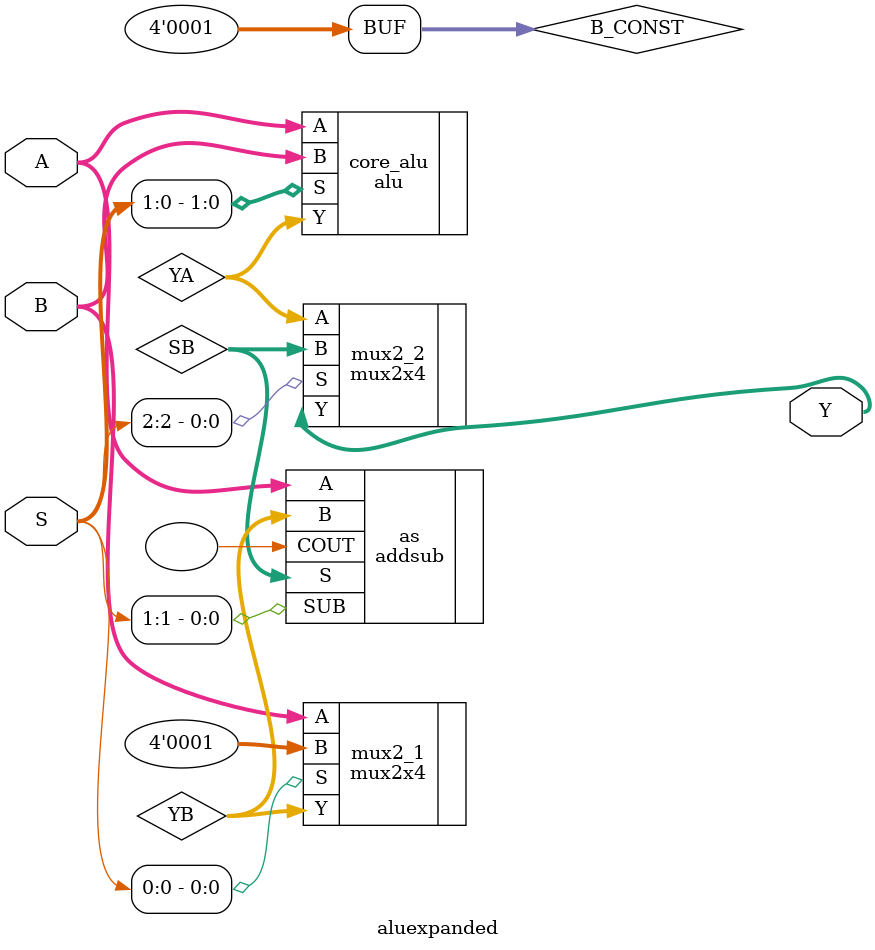
<source format=sv>
module aluexpanded(
  input logic [3:0] A,
  input logic [3:0] B,
  input logic [2:0] S,
  output logic [3:0] Y
);
  logic [3:0] YA, YB, SB;
  logic [3:0] B_CONST = 4'b0001;

  alu core_alu (
    .A(A),
    .B(B),
    .S(S[1:0]),
    .Y(YA)
  );

  mux2x4 mux2_1 (
    .A(B),
    .B(B_CONST),
    .S(S[0]),
    .Y(YB)
  );

  addsub as (
    .A(A),
    .B(YB),
    .SUB(S[1]),
    .S(SB),
    .COUT()
  );

  mux2x4 mux2_2 (
    .A(YA),
    .B(SB),
    .S(S[2]),
    .Y(Y)
  );
endmodule: aluexpanded
</source>
